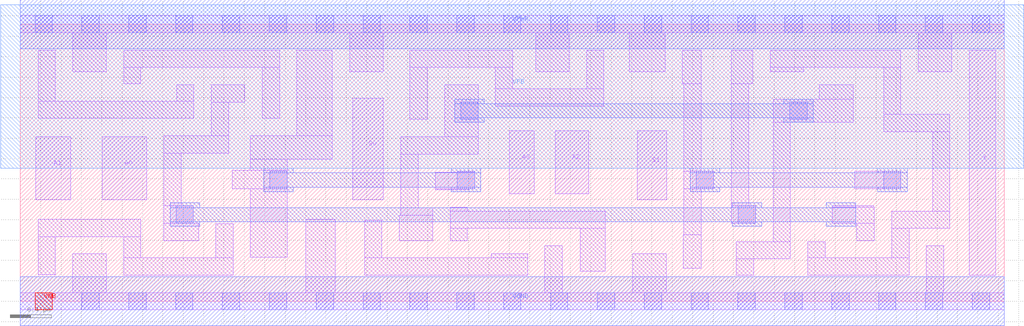
<source format=lef>
# Copyright 2020 The SkyWater PDK Authors
#
# Licensed under the Apache License, Version 2.0 (the "License");
# you may not use this file except in compliance with the License.
# You may obtain a copy of the License at
#
#     https://www.apache.org/licenses/LICENSE-2.0
#
# Unless required by applicable law or agreed to in writing, software
# distributed under the License is distributed on an "AS IS" BASIS,
# WITHOUT WARRANTIES OR CONDITIONS OF ANY KIND, either express or implied.
# See the License for the specific language governing permissions and
# limitations under the License.
#
# SPDX-License-Identifier: Apache-2.0

VERSION 5.7 ;
  NOWIREEXTENSIONATPIN ON ;
  DIVIDERCHAR "/" ;
  BUSBITCHARS "[]" ;
MACRO sky130_fd_sc_hd__mux4_1
  CLASS CORE ;
  FOREIGN sky130_fd_sc_hd__mux4_1 ;
  ORIGIN  0.000000  0.000000 ;
  SIZE  9.660000 BY  2.720000 ;
  SYMMETRY X Y R90 ;
  SITE unithd ;
  PIN A0
    ANTENNAGATEAREA  0.126000 ;
    DIRECTION INPUT ;
    USE SIGNAL ;
    PORT
      LAYER li1 ;
        RECT 0.805000 0.995000 1.240000 1.615000 ;
    END
  END A0
  PIN A1
    ANTENNAGATEAREA  0.126000 ;
    DIRECTION INPUT ;
    USE SIGNAL ;
    PORT
      LAYER li1 ;
        RECT 0.150000 0.995000 0.495000 1.615000 ;
    END
  END A1
  PIN A2
    ANTENNAGATEAREA  0.126000 ;
    DIRECTION INPUT ;
    USE SIGNAL ;
    PORT
      LAYER li1 ;
        RECT 5.250000 1.055000 5.580000 1.675000 ;
    END
  END A2
  PIN A3
    ANTENNAGATEAREA  0.126000 ;
    DIRECTION INPUT ;
    USE SIGNAL ;
    PORT
      LAYER li1 ;
        RECT 4.800000 1.055000 5.045000 1.675000 ;
    END
  END A3
  PIN S0
    ANTENNAGATEAREA  0.378000 ;
    DIRECTION INPUT ;
    USE SIGNAL ;
    PORT
      LAYER li1 ;
        RECT 3.265000 0.995000 3.565000 1.995000 ;
    END
  END S0
  PIN S1
    ANTENNAGATEAREA  0.252000 ;
    DIRECTION INPUT ;
    USE SIGNAL ;
    PORT
      LAYER li1 ;
        RECT 6.055000 0.995000 6.345000 1.675000 ;
    END
  END S1
  PIN VNB
    PORT
      LAYER pwell ;
        RECT 0.145000 -0.085000 0.315000 0.085000 ;
    END
  END VNB
  PIN VPB
    PORT
      LAYER nwell ;
        RECT -0.190000 1.305000 9.850000 2.910000 ;
    END
  END VPB
  PIN X
    ANTENNADIFFAREA  0.429000 ;
    DIRECTION OUTPUT ;
    USE SIGNAL ;
    PORT
      LAYER li1 ;
        RECT 9.315000 0.255000 9.575000 2.465000 ;
    END
  END X
  PIN VGND
    DIRECTION INOUT ;
    SHAPE ABUTMENT ;
    USE GROUND ;
    PORT
      LAYER met1 ;
        RECT 0.000000 -0.240000 9.660000 0.240000 ;
    END
  END VGND
  PIN VPWR
    DIRECTION INOUT ;
    SHAPE ABUTMENT ;
    USE POWER ;
    PORT
      LAYER met1 ;
        RECT 0.000000 2.480000 9.660000 2.960000 ;
    END
  END VPWR
  OBS
    LAYER li1 ;
      RECT 0.000000 -0.085000 9.660000 0.085000 ;
      RECT 0.000000  2.635000 9.660000 2.805000 ;
      RECT 0.175000  0.260000 0.345000 0.635000 ;
      RECT 0.175000  0.635000 1.185000 0.805000 ;
      RECT 0.175000  1.795000 1.705000 1.965000 ;
      RECT 0.175000  1.965000 0.345000 2.465000 ;
      RECT 0.515000  0.085000 0.845000 0.465000 ;
      RECT 0.515000  2.255000 0.845000 2.635000 ;
      RECT 1.015000  0.255000 2.090000 0.425000 ;
      RECT 1.015000  0.425000 1.185000 0.635000 ;
      RECT 1.015000  2.135000 1.185000 2.295000 ;
      RECT 1.015000  2.295000 2.545000 2.465000 ;
      RECT 1.410000  0.595000 1.750000 0.765000 ;
      RECT 1.410000  0.765000 1.700000 0.935000 ;
      RECT 1.410000  0.935000 1.580000 1.455000 ;
      RECT 1.410000  1.455000 2.045000 1.625000 ;
      RECT 1.535000  1.965000 1.705000 2.125000 ;
      RECT 1.875000  1.625000 2.045000 1.955000 ;
      RECT 1.875000  1.955000 2.205000 2.125000 ;
      RECT 1.920000  0.425000 2.090000 0.760000 ;
      RECT 2.080000  1.105000 2.620000 1.285000 ;
      RECT 2.260000  0.430000 2.620000 1.105000 ;
      RECT 2.260000  1.285000 2.620000 1.395000 ;
      RECT 2.260000  1.395000 3.065000 1.625000 ;
      RECT 2.375000  1.795000 2.545000 2.295000 ;
      RECT 2.715000  1.625000 3.065000 2.465000 ;
      RECT 2.800000  0.085000 3.090000 0.805000 ;
      RECT 3.235000  2.255000 3.565000 2.635000 ;
      RECT 3.380000  0.255000 4.980000 0.425000 ;
      RECT 3.380000  0.425000 3.550000 0.795000 ;
      RECT 3.720000  0.595000 4.050000 0.845000 ;
      RECT 3.735000  0.845000 4.050000 0.920000 ;
      RECT 3.735000  0.920000 3.905000 1.445000 ;
      RECT 3.735000  1.445000 4.495000 1.615000 ;
      RECT 3.825000  1.785000 3.995000 2.295000 ;
      RECT 3.825000  2.295000 4.835000 2.465000 ;
      RECT 4.075000  1.095000 4.405000 1.105000 ;
      RECT 4.075000  1.105000 4.460000 1.265000 ;
      RECT 4.165000  1.615000 4.495000 2.125000 ;
      RECT 4.220000  0.595000 4.390000 0.715000 ;
      RECT 4.220000  0.715000 5.740000 0.885000 ;
      RECT 4.220000  0.885000 4.390000 0.925000 ;
      RECT 4.290000  1.265000 4.460000 1.275000 ;
      RECT 4.625000  0.425000 4.980000 0.465000 ;
      RECT 4.665000  1.915000 5.730000 2.085000 ;
      RECT 4.665000  2.085000 4.835000 2.295000 ;
      RECT 5.060000  2.255000 5.390000 2.635000 ;
      RECT 5.150000  0.085000 5.320000 0.545000 ;
      RECT 5.495000  0.295000 5.740000 0.715000 ;
      RECT 5.560000  2.085000 5.730000 2.465000 ;
      RECT 5.980000  2.255000 6.330000 2.635000 ;
      RECT 6.010000  0.085000 6.340000 0.465000 ;
      RECT 6.500000  2.135000 6.685000 2.465000 ;
      RECT 6.510000  0.325000 6.685000 0.655000 ;
      RECT 6.515000  0.655000 6.685000 1.105000 ;
      RECT 6.515000  1.105000 6.805000 1.275000 ;
      RECT 6.515000  1.275000 6.685000 2.135000 ;
      RECT 6.980000  0.765000 7.220000 0.935000 ;
      RECT 6.980000  0.935000 7.150000 2.135000 ;
      RECT 6.980000  2.135000 7.190000 2.465000 ;
      RECT 7.030000  0.255000 7.200000 0.415000 ;
      RECT 7.030000  0.415000 7.560000 0.585000 ;
      RECT 7.360000  2.255000 7.690000 2.295000 ;
      RECT 7.360000  2.295000 8.645000 2.465000 ;
      RECT 7.390000  0.585000 7.560000 1.755000 ;
      RECT 7.390000  1.755000 8.175000 1.985000 ;
      RECT 7.730000  0.255000 8.725000 0.425000 ;
      RECT 7.730000  0.425000 7.900000 0.585000 ;
      RECT 7.845000  1.985000 8.175000 2.125000 ;
      RECT 7.970000  0.765000 8.385000 0.925000 ;
      RECT 7.970000  0.925000 8.380000 0.935000 ;
      RECT 8.190000  1.105000 8.645000 1.275000 ;
      RECT 8.210000  0.595000 8.385000 0.765000 ;
      RECT 8.475000  1.665000 9.125000 1.835000 ;
      RECT 8.475000  1.835000 8.645000 2.295000 ;
      RECT 8.555000  0.425000 8.725000 0.715000 ;
      RECT 8.555000  0.715000 9.125000 0.885000 ;
      RECT 8.815000  2.255000 9.145000 2.635000 ;
      RECT 8.895000  0.085000 9.065000 0.545000 ;
      RECT 8.955000  0.885000 9.125000 1.665000 ;
    LAYER mcon ;
      RECT 0.145000 -0.085000 0.315000 0.085000 ;
      RECT 0.145000  2.635000 0.315000 2.805000 ;
      RECT 0.605000 -0.085000 0.775000 0.085000 ;
      RECT 0.605000  2.635000 0.775000 2.805000 ;
      RECT 1.065000 -0.085000 1.235000 0.085000 ;
      RECT 1.065000  2.635000 1.235000 2.805000 ;
      RECT 1.525000 -0.085000 1.695000 0.085000 ;
      RECT 1.525000  2.635000 1.695000 2.805000 ;
      RECT 1.530000  0.765000 1.700000 0.935000 ;
      RECT 1.985000 -0.085000 2.155000 0.085000 ;
      RECT 1.985000  2.635000 2.155000 2.805000 ;
      RECT 2.445000 -0.085000 2.615000 0.085000 ;
      RECT 2.445000  2.635000 2.615000 2.805000 ;
      RECT 2.450000  1.105000 2.620000 1.275000 ;
      RECT 2.905000 -0.085000 3.075000 0.085000 ;
      RECT 2.905000  2.635000 3.075000 2.805000 ;
      RECT 3.365000 -0.085000 3.535000 0.085000 ;
      RECT 3.365000  2.635000 3.535000 2.805000 ;
      RECT 3.825000 -0.085000 3.995000 0.085000 ;
      RECT 3.825000  2.635000 3.995000 2.805000 ;
      RECT 4.285000 -0.085000 4.455000 0.085000 ;
      RECT 4.285000  2.635000 4.455000 2.805000 ;
      RECT 4.290000  1.105000 4.460000 1.275000 ;
      RECT 4.325000  1.785000 4.495000 1.955000 ;
      RECT 4.745000 -0.085000 4.915000 0.085000 ;
      RECT 4.745000  2.635000 4.915000 2.805000 ;
      RECT 5.205000 -0.085000 5.375000 0.085000 ;
      RECT 5.205000  2.635000 5.375000 2.805000 ;
      RECT 5.665000 -0.085000 5.835000 0.085000 ;
      RECT 5.665000  2.635000 5.835000 2.805000 ;
      RECT 6.125000 -0.085000 6.295000 0.085000 ;
      RECT 6.125000  2.635000 6.295000 2.805000 ;
      RECT 6.585000 -0.085000 6.755000 0.085000 ;
      RECT 6.585000  2.635000 6.755000 2.805000 ;
      RECT 6.635000  1.105000 6.805000 1.275000 ;
      RECT 7.045000 -0.085000 7.215000 0.085000 ;
      RECT 7.045000  2.635000 7.215000 2.805000 ;
      RECT 7.050000  0.765000 7.220000 0.935000 ;
      RECT 7.505000 -0.085000 7.675000 0.085000 ;
      RECT 7.505000  2.635000 7.675000 2.805000 ;
      RECT 7.555000  1.785000 7.725000 1.955000 ;
      RECT 7.965000 -0.085000 8.135000 0.085000 ;
      RECT 7.965000  2.635000 8.135000 2.805000 ;
      RECT 8.425000 -0.085000 8.595000 0.085000 ;
      RECT 8.425000  2.635000 8.595000 2.805000 ;
      RECT 8.475000  1.105000 8.645000 1.275000 ;
      RECT 8.885000 -0.085000 9.055000 0.085000 ;
      RECT 8.885000  2.635000 9.055000 2.805000 ;
      RECT 9.345000 -0.085000 9.515000 0.085000 ;
      RECT 9.345000  2.635000 9.515000 2.805000 ;
    LAYER met1 ;
      RECT 1.470000 0.735000 1.760000 0.780000 ;
      RECT 1.470000 0.780000 8.200000 0.920000 ;
      RECT 1.470000 0.920000 1.760000 0.965000 ;
      RECT 2.390000 1.075000 2.680000 1.120000 ;
      RECT 2.390000 1.120000 4.520000 1.260000 ;
      RECT 2.390000 1.260000 2.680000 1.305000 ;
      RECT 4.230000 1.075000 4.520000 1.120000 ;
      RECT 4.230000 1.260000 4.520000 1.305000 ;
      RECT 4.265000 1.755000 4.555000 1.800000 ;
      RECT 4.265000 1.800000 7.785000 1.940000 ;
      RECT 4.265000 1.940000 4.555000 1.985000 ;
      RECT 6.575000 1.075000 6.865000 1.120000 ;
      RECT 6.575000 1.120000 8.705000 1.260000 ;
      RECT 6.575000 1.260000 6.865000 1.305000 ;
      RECT 6.990000 0.735000 7.280000 0.780000 ;
      RECT 6.990000 0.920000 7.280000 0.965000 ;
      RECT 7.495000 1.755000 7.785000 1.800000 ;
      RECT 7.495000 1.940000 7.785000 1.985000 ;
      RECT 7.910000 0.735000 8.200000 0.780000 ;
      RECT 7.910000 0.920000 8.200000 0.965000 ;
      RECT 8.415000 1.075000 8.705000 1.120000 ;
      RECT 8.415000 1.260000 8.705000 1.305000 ;
  END
END sky130_fd_sc_hd__mux4_1
END LIBRARY

</source>
